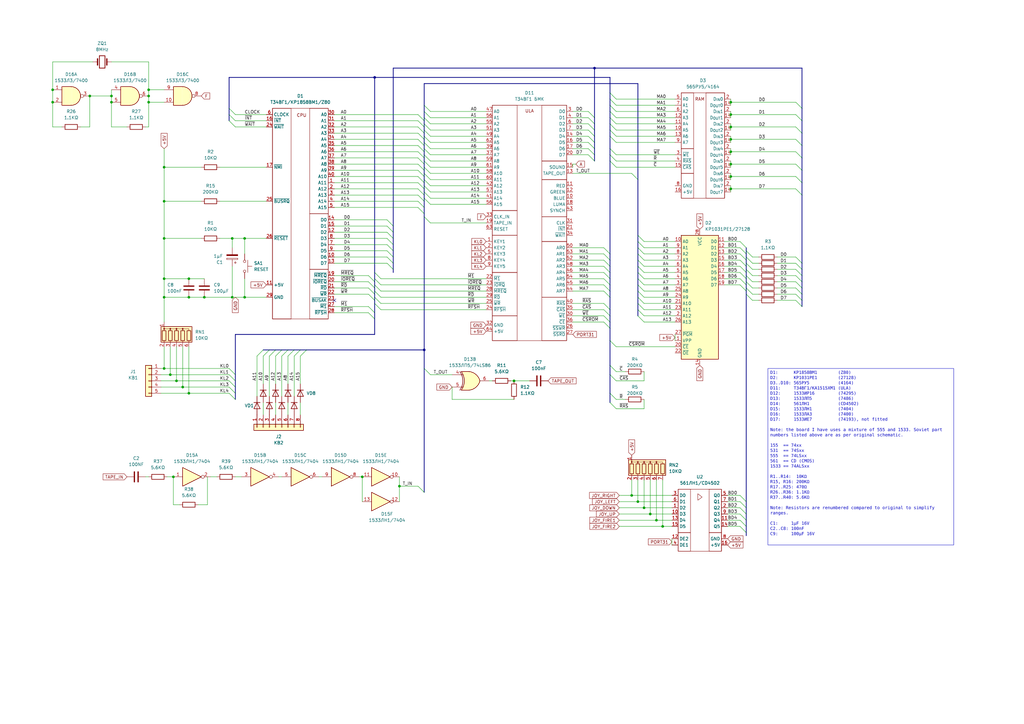
<source format=kicad_sch>
(kicad_sch (version 20250114) (generator "eeschema") (generator_version "9.0")
  (paper "A3")
  (text_box "D1:      КР1858ВМ1        (Z80)\nD2:      КР1031РЕ1        (27128)\nD3..D10: 565РУ5           (4164)\nD11:     Т34ВГ1/КА1515ХМ1 (ULA)\nD12:     1533ИР16         (74295)\nD13:     1533ЛП5          (7486)\nD14:     561ЛН1           (CD4502)\nD15:     1533ЛН1          (7404)\nD16:     1533ЛА3          (7400)\nD17:     1533ИЕ7          (74193), not fitted\n\nNote: the board I have uses a mixture of 555 and 1533. Soviet part numbers listed above are as per original schematic.\n\n155  == 74xx\n531  == 74Sxx\n555  == 74LSxx\n561  == CD (CMOS)\n1533 == 74ALSxx\n\nR1..R14:  10KΩ\nR15, R16: 200KΩ\nR17..R25: 470Ω\nR26..R36: 1.1KΩ\nR37..R40: 5.6KΩ\n\nNote: Resistors are renumbered compared to original to simplify ranges.\n\nC1:     1µF 16V\nC2..C8: 100nF\nC9:     100µF 16V" (at 314.96 151.13 0) (size 76.2 72.39) (margins 0.9525 0.9525 0.9525 0.9525) (effects (font (size 1.27 1.27)) (justify left top)))
  (junction (at 83.82 121.92))
  (junction (at 299.72 46.99))
  (junction (at 299.72 62.23))
  (junction (at 36.83 39.37))
  (junction (at 163.83 199.39))
  (junction (at 67.31 82.55))
  (junction (at 60.96 36.83))
  (junction (at 72.39 156.21))
  (junction (at 299.72 57.15))
  (junction (at 299.72 52.07))
  (junction (at 153.67 31.75))
  (junction (at 74.93 158.75))
  (junction (at 67.31 151.13))
  (junction (at 69.85 153.67))
  (junction (at 67.31 121.92))
  (junction (at 100.33 121.92))
  (junction (at 21.59 36.83))
  (junction (at 299.72 72.39))
  (junction (at 71.12 195.58))
  (junction (at 259.08 203.2))
  (junction (at 299.72 41.91))
  (junction (at 243.84 27.94))
  (junction (at 100.33 97.79))
  (junction (at 60.96 41.91))
  (junction (at 148.59 195.58))
  (junction (at 45.72 41.91))
  (junction (at 299.72 67.31))
  (junction (at 45.72 39.37))
  (junction (at 269.24 213.36))
  (junction (at 95.25 121.92))
  (junction (at 67.31 114.3))
  (junction (at 264.16 208.28))
  (junction (at 77.47 114.3))
  (junction (at 95.25 97.79))
  (junction (at 67.31 97.79))
  (junction (at 77.47 121.92))
  (junction (at 77.47 161.29))
  (junction (at 271.78 215.9))
  (junction (at 173.99 143.51))
  (junction (at 21.59 41.91))
  (junction (at 67.31 68.58))
  (junction (at 261.62 205.74))
  (junction (at 60.96 39.37))
  (junction (at 266.7 210.82))
  (junction (at 299.72 77.47))
  (junction (at 210.82 156.21))
  (no_connect (at 137.16 123.19))
  (bus_entry (at 107.95 143.51) (size -2.54 2.54))
  (bus_entry (at 328.93 69.85) (size -2.54 -2.54))
  (bus_entry (at 328.93 125.73) (size -2.54 -2.54))
  (bus_entry (at 173.99 63.5) (size 2.54 2.54))
  (bus_entry (at 153.67 123.19) (size -2.54 -2.54))
  (bus_entry (at 250.19 129.54) (size -2.54 -2.54))
  (bus_entry (at 328.93 54.61) (size -2.54 -2.54))
  (bus_entry (at 250.19 119.38) (size -2.54 -2.54))
  (bus_entry (at 173.99 76.2) (size 2.54 2.54))
  (bus_entry (at 328.93 113.03) (size -2.54 -2.54))
  (bus_entry (at 261.62 104.14) (size 2.54 2.54))
  (bus_entry (at 153.67 130.81) (size -2.54 -2.54))
  (bus_entry (at 250.19 43.18) (size 2.54 2.54))
  (bus_entry (at 261.62 121.92) (size 2.54 2.54))
  (bus_entry (at 306.07 205.74) (size -2.54 -2.54))
  (bus_entry (at 173.99 57.15) (size -2.54 -2.54))
  (bus_entry (at 306.07 210.82) (size -2.54 -2.54))
  (bus_entry (at 306.07 109.22) (size -2.54 -2.54))
  (bus_entry (at 306.07 114.3) (size -2.54 -2.54))
  (bus_entry (at 173.99 151.13) (size 2.54 2.54))
  (bus_entry (at 306.07 120.65) (size 2.54 2.54))
  (bus_entry (at 306.07 115.57) (size 2.54 2.54))
  (bus_entry (at 161.29 92.71) (size -2.54 -2.54))
  (bus_entry (at 328.93 44.45) (size -2.54 -2.54))
  (bus_entry (at 173.99 66.04) (size 2.54 2.54))
  (bus_entry (at 93.98 44.45) (size 2.54 2.54))
  (bus_entry (at 306.07 102.87) (size 2.54 2.54))
  (bus_entry (at 153.67 121.92) (size 2.54 2.54))
  (bus_entry (at 153.67 118.11) (size -2.54 -2.54))
  (bus_entry (at 173.99 85.09) (size -2.54 -2.54))
  (bus_entry (at 161.29 100.33) (size -2.54 -2.54))
  (bus_entry (at 173.99 64.77) (size -2.54 -2.54))
  (bus_entry (at 250.19 153.67) (size 2.54 2.54))
  (bus_entry (at 173.99 69.85) (size -2.54 -2.54))
  (bus_entry (at 153.67 114.3) (size 2.54 2.54))
  (bus_entry (at 306.07 113.03) (size 2.54 2.54))
  (bus_entry (at 93.98 49.53) (size 2.54 2.54))
  (bus_entry (at 173.99 59.69) (size -2.54 -2.54))
  (bus_entry (at 261.62 129.54) (size 2.54 2.54))
  (bus_entry (at 125.73 143.51) (size -2.54 2.54))
  (bus_entry (at 306.07 215.9) (size -2.54 -2.54))
  (bus_entry (at 173.99 82.55) (size -2.54 -2.54))
  (bus_entry (at 173.99 60.96) (size 2.54 2.54))
  (bus_entry (at 250.19 116.84) (size -2.54 -2.54))
  (bus_entry (at 328.93 74.93) (size -2.54 -2.54))
  (bus_entry (at 328.93 64.77) (size -2.54 -2.54))
  (bus_entry (at 173.99 72.39) (size -2.54 -2.54))
  (bus_entry (at 250.19 132.08) (size -2.54 -2.54))
  (bus_entry (at 173.99 49.53) (size -2.54 -2.54))
  (bus_entry (at 328.93 80.01) (size -2.54 -2.54))
  (bus_entry (at 161.29 107.95) (size -2.54 -2.54))
  (bus_entry (at 173.99 80.01) (size -2.54 -2.54))
  (bus_entry (at 173.99 78.74) (size 2.54 2.54))
  (bus_entry (at 173.99 53.34) (size 2.54 2.54))
  (bus_entry (at 250.19 48.26) (size 2.54 2.54))
  (bus_entry (at 250.19 127) (size -2.54 -2.54))
  (bus_entry (at 328.93 118.11) (size -2.54 -2.54))
  (bus_entry (at 153.67 111.76) (size 2.54 2.54))
  (bus_entry (at 96.52 158.75) (size -2.54 -2.54))
  (bus_entry (at 173.99 45.72) (size 2.54 2.54))
  (bus_entry (at 250.19 60.96) (size 2.54 2.54))
  (bus_entry (at 328.93 59.69) (size -2.54 -2.54))
  (bus_entry (at 173.99 62.23) (size -2.54 -2.54))
  (bus_entry (at 243.84 53.34) (size -2.54 -2.54))
  (bus_entry (at 173.99 73.66) (size 2.54 2.54))
  (bus_entry (at 243.84 55.88) (size -2.54 -2.54))
  (bus_entry (at 328.93 107.95) (size -2.54 -2.54))
  (bus_entry (at 261.62 127) (size 2.54 2.54))
  (bus_entry (at 261.62 111.76) (size 2.54 2.54))
  (bus_entry (at 306.07 106.68) (size -2.54 -2.54))
  (bus_entry (at 173.99 81.28) (size 2.54 2.54))
  (bus_entry (at 250.19 104.14) (size -2.54 -2.54))
  (bus_entry (at 153.67 124.46) (size 2.54 2.54))
  (bus_entry (at 173.99 87.63) (size -2.54 -2.54))
  (bus_entry (at 250.19 45.72) (size 2.54 2.54))
  (bus_entry (at 250.19 66.04) (size 2.54 2.54))
  (bus_entry (at 120.65 143.51) (size -2.54 2.54))
  (bus_entry (at 250.19 38.1) (size 2.54 2.54))
  (bus_entry (at 173.99 52.07) (size -2.54 -2.54))
  (bus_entry (at 96.52 156.21) (size -2.54 -2.54))
  (bus_entry (at 93.98 46.99) (size 2.54 2.54))
  (bus_entry (at 173.99 68.58) (size 2.54 2.54))
  (bus_entry (at 96.52 153.67) (size -2.54 -2.54))
  (bus_entry (at 153.67 115.57) (size -2.54 -2.54))
  (bus_entry (at 306.07 110.49) (size 2.54 2.54))
  (bus_entry (at 250.19 109.22) (size -2.54 -2.54))
  (bus_entry (at 161.29 110.49) (size -2.54 -2.54))
  (bus_entry (at 250.19 111.76) (size -2.54 -2.54))
  (bus_entry (at 328.93 49.53) (size -2.54 -2.54))
  (bus_entry (at 328.93 110.49) (size -2.54 -2.54))
  (bus_entry (at 306.07 105.41) (size 2.54 2.54))
  (bus_entry (at 118.11 143.51) (size -2.54 2.54))
  (bus_entry (at 161.29 105.41) (size -2.54 -2.54))
  (bus_entry (at 250.19 55.88) (size 2.54 2.54))
  (bus_entry (at 306.07 119.38) (size -2.54 -2.54))
  (bus_entry (at 173.99 201.93) (size -2.54 -2.54))
  (bus_entry (at 123.19 143.51) (size -2.54 2.54))
  (bus_entry (at 243.84 58.42) (size -2.54 -2.54))
  (bus_entry (at 161.29 102.87) (size -2.54 -2.54))
  (bus_entry (at 261.62 116.84) (size 2.54 2.54))
  (bus_entry (at 306.07 107.95) (size 2.54 2.54))
  (bus_entry (at 153.67 119.38) (size 2.54 2.54))
  (bus_entry (at 250.19 165.1) (size 2.54 2.54))
  (bus_entry (at 243.84 63.5) (size -2.54 -2.54))
  (bus_entry (at 306.07 104.14) (size -2.54 -2.54))
  (bus_entry (at 173.99 55.88) (size 2.54 2.54))
  (bus_entry (at 173.99 77.47) (size -2.54 -2.54))
  (bus_entry (at 306.07 118.11) (size 2.54 2.54))
  (bus_entry (at 261.62 101.6) (size 2.54 2.54))
  (bus_entry (at 250.19 114.3) (size -2.54 -2.54))
  (bus_entry (at 161.29 95.25) (size -2.54 -2.54))
  (bus_entry (at 173.99 48.26) (size 2.54 2.54))
  (bus_entry (at 261.62 124.46) (size 2.54 2.54))
  (bus_entry (at 328.93 120.65) (size -2.54 -2.54))
  (bus_entry (at 250.19 40.64) (size 2.54 2.54))
  (bus_entry (at 261.62 109.22) (size 2.54 2.54))
  (bus_entry (at 250.19 106.68) (size -2.54 -2.54))
  (bus_entry (at 250.19 149.86) (size 2.54 2.54))
  (bus_entry (at 110.49 143.51) (size -2.54 2.54))
  (bus_entry (at 306.07 111.76) (size -2.54 -2.54))
  (bus_entry (at 261.62 114.3) (size 2.54 2.54))
  (bus_entry (at 261.62 99.06) (size 2.54 2.54))
  (bus_entry (at 250.19 63.5) (size 2.54 2.54))
  (bus_entry (at 243.84 66.04) (size -2.54 -2.54))
  (bus_entry (at 250.19 50.8) (size 2.54 2.54))
  (bus_entry (at 306.07 213.36) (size -2.54 -2.54))
  (bus_entry (at 153.67 128.27) (size -2.54 -2.54))
  (bus_entry (at 328.93 115.57) (size -2.54 -2.54))
  (bus_entry (at 261.62 119.38) (size 2.54 2.54))
  (bus_entry (at 173.99 54.61) (size -2.54 -2.54))
  (bus_entry (at 96.52 161.29) (size -2.54 -2.54))
  (bus_entry (at 306.07 208.28) (size -2.54 -2.54))
  (bus_entry (at 173.99 71.12) (size 2.54 2.54))
  (bus_entry (at 250.19 53.34) (size 2.54 2.54))
  (bus_entry (at 261.62 96.52) (size 2.54 2.54))
  (bus_entry (at 250.19 139.7) (size 2.54 2.54))
  (bus_entry (at 250.19 134.62) (size -2.54 -2.54))
  (bus_entry (at 250.19 121.92) (size -2.54 -2.54))
  (bus_entry (at 243.84 48.26) (size -2.54 -2.54))
  (bus_entry (at 243.84 50.8) (size -2.54 -2.54))
  (bus_entry (at 113.03 143.51) (size -2.54 2.54))
  (bus_entry (at 261.62 73.66) (size -2.54 -2.54))
  (bus_entry (at 173.99 74.93) (size -2.54 -2.54))
  (bus_entry (at 250.19 161.29) (size 2.54 2.54))
  (bus_entry (at 173.99 88.9) (size 2.54 2.54))
  (bus_entry (at 96.52 163.83) (size -2.54 -2.54))
  (bus_entry (at 173.99 67.31) (size -2.54 -2.54))
  (bus_entry (at 161.29 97.79) (size -2.54 -2.54))
  (bus_entry (at 173.99 58.42) (size 2.54 2.54))
  (bus_entry (at 306.07 116.84) (size -2.54 -2.54))
  (bus_entry (at 306.07 218.44) (size -2.54 -2.54))
  (bus_entry (at 153.67 120.65) (size -2.54 -2.54))
  (bus_entry (at 243.84 60.96) (size -2.54 -2.54))
  (bus_entry (at 115.57 143.51) (size -2.54 2.54))
  (bus_entry (at 153.67 116.84) (size 2.54 2.54))
  (bus_entry (at 328.93 123.19) (size -2.54 -2.54))
  (bus_entry (at 306.07 101.6) (size -2.54 -2.54))
  (bus_entry (at 173.99 43.18) (size 2.54 2.54))
  (bus_entry (at 261.62 106.68) (size 2.54 2.54))
  (bus_entry (at 173.99 50.8) (size 2.54 2.54))
  (bus (pts (xy 173.99 50.8) (xy 173.99 52.07)))
  (wire (pts (xy 176.53 53.34) (xy 199.39 53.34)))
  (bus (pts (xy 328.93 49.53) (xy 328.93 44.45)))
  (wire (pts (xy 318.77 120.65) (xy 326.39 120.65)))
  (bus (pts (xy 125.73 143.51) (xy 173.99 143.51)))
  (bus (pts (xy 173.99 78.74) (xy 173.99 77.47)))
  (wire (pts (xy 137.16 54.61) (xy 171.45 54.61)))
  (wire (pts (xy 254 210.82) (xy 266.7 210.82)))
  (bus (pts (xy 306.07 104.14) (xy 306.07 105.41)))
  (wire (pts (xy 210.82 156.21) (xy 209.55 156.21)))
  (wire (pts (xy 67.31 121.92) (xy 67.31 132.08)))
  (bus (pts (xy 161.29 92.71) (xy 161.29 27.94)))
  (wire (pts (xy 72.39 142.24) (xy 72.39 156.21)))
  (wire (pts (xy 299.72 45.72) (xy 299.72 46.99)))
  (bus (pts (xy 328.93 113.03) (xy 328.93 110.49)))
  (wire (pts (xy 86.36 195.58) (xy 88.9 195.58)))
  (wire (pts (xy 67.31 82.55) (xy 67.31 68.58)))
  (bus (pts (xy 250.19 153.67) (xy 250.19 161.29)))
  (bus (pts (xy 96.52 156.21) (xy 96.52 158.75)))
  (bus (pts (xy 93.98 31.75) (xy 93.98 44.45)))
  (bus (pts (xy 173.99 81.28) (xy 173.99 80.01)))
  (wire (pts (xy 36.83 39.37) (xy 45.72 39.37)))
  (wire (pts (xy 77.47 161.29) (xy 93.98 161.29)))
  (wire (pts (xy 60.96 41.91) (xy 67.31 41.91)))
  (wire (pts (xy 252.73 66.04) (xy 276.86 66.04)))
  (wire (pts (xy 137.16 49.53) (xy 171.45 49.53)))
  (wire (pts (xy 297.18 114.3) (xy 303.53 114.3)))
  (wire (pts (xy 264.16 119.38) (xy 276.86 119.38)))
  (bus (pts (xy 153.67 118.11) (xy 153.67 119.38)))
  (bus (pts (xy 243.84 27.94) (xy 328.93 27.94)))
  (bus (pts (xy 306.07 116.84) (xy 306.07 118.11)))
  (wire (pts (xy 234.95 116.84) (xy 247.65 116.84)))
  (wire (pts (xy 264.16 124.46) (xy 276.86 124.46)))
  (wire (pts (xy 264.16 114.3) (xy 276.86 114.3)))
  (wire (pts (xy 67.31 121.92) (xy 77.47 121.92)))
  (wire (pts (xy 298.45 210.82) (xy 303.53 210.82)))
  (wire (pts (xy 318.77 123.19) (xy 326.39 123.19)))
  (wire (pts (xy 67.31 68.58) (xy 82.55 68.58)))
  (bus (pts (xy 161.29 110.49) (xy 161.29 107.95)))
  (wire (pts (xy 67.31 114.3) (xy 77.47 114.3)))
  (wire (pts (xy 67.31 68.58) (xy 67.31 60.96)))
  (wire (pts (xy 105.41 146.05) (xy 105.41 162.56)))
  (bus (pts (xy 153.67 120.65) (xy 153.67 121.92)))
  (bus (pts (xy 173.99 63.5) (xy 173.99 62.23)))
  (wire (pts (xy 100.33 114.3) (xy 100.33 121.92)))
  (wire (pts (xy 156.21 124.46) (xy 199.39 124.46)))
  (bus (pts (xy 306.07 113.03) (xy 306.07 114.3)))
  (wire (pts (xy 118.11 146.05) (xy 118.11 157.48)))
  (bus (pts (xy 96.52 153.67) (xy 96.52 156.21)))
  (bus (pts (xy 250.19 121.92) (xy 250.19 127)))
  (wire (pts (xy 252.73 152.4) (xy 256.54 152.4)))
  (wire (pts (xy 60.96 41.91) (xy 60.96 39.37)))
  (wire (pts (xy 252.73 68.58) (xy 276.86 68.58)))
  (bus (pts (xy 328.93 64.77) (xy 328.93 59.69)))
  (bus (pts (xy 173.99 55.88) (xy 173.99 54.61)))
  (wire (pts (xy 120.65 146.05) (xy 120.65 162.56)))
  (bus (pts (xy 173.99 66.04) (xy 173.99 67.31)))
  (bus (pts (xy 173.99 58.42) (xy 173.99 57.15)))
  (bus (pts (xy 261.62 114.3) (xy 261.62 116.84)))
  (wire (pts (xy 264.16 104.14) (xy 276.86 104.14)))
  (wire (pts (xy 45.72 52.07) (xy 52.07 52.07)))
  (wire (pts (xy 185.42 163.83) (xy 210.82 163.83)))
  (wire (pts (xy 269.24 196.85) (xy 269.24 213.36)))
  (bus (pts (xy 306.07 215.9) (xy 306.07 218.44)))
  (wire (pts (xy 113.03 146.05) (xy 113.03 157.48)))
  (wire (pts (xy 252.73 50.8) (xy 276.86 50.8)))
  (wire (pts (xy 234.95 104.14) (xy 247.65 104.14)))
  (wire (pts (xy 176.53 48.26) (xy 199.39 48.26)))
  (wire (pts (xy 264.16 111.76) (xy 276.86 111.76)))
  (bus (pts (xy 123.19 143.51) (xy 125.73 143.51)))
  (wire (pts (xy 21.59 36.83) (xy 21.59 41.91)))
  (wire (pts (xy 82.55 97.79) (xy 67.31 97.79)))
  (wire (pts (xy 95.25 109.22) (xy 95.25 121.92)))
  (wire (pts (xy 33.02 52.07) (xy 36.83 52.07)))
  (wire (pts (xy 137.16 128.27) (xy 151.13 128.27)))
  (bus (pts (xy 250.19 127) (xy 250.19 129.54)))
  (wire (pts (xy 107.95 165.1) (xy 107.95 170.18)))
  (wire (pts (xy 234.95 53.34) (xy 241.3 53.34)))
  (wire (pts (xy 299.72 46.99) (xy 299.72 48.26)))
  (bus (pts (xy 328.93 59.69) (xy 328.93 54.61)))
  (wire (pts (xy 298.45 205.74) (xy 303.53 205.74)))
  (bus (pts (xy 153.67 130.81) (xy 153.67 137.16)))
  (wire (pts (xy 123.19 165.1) (xy 123.19 170.18)))
  (wire (pts (xy 66.04 156.21) (xy 72.39 156.21)))
  (wire (pts (xy 252.73 48.26) (xy 276.86 48.26)))
  (wire (pts (xy 318.77 113.03) (xy 326.39 113.03)))
  (wire (pts (xy 115.57 146.05) (xy 115.57 162.56)))
  (bus (pts (xy 153.67 123.19) (xy 153.67 124.46)))
  (wire (pts (xy 234.95 109.22) (xy 247.65 109.22)))
  (wire (pts (xy 234.95 67.31) (xy 236.22 67.31)))
  (wire (pts (xy 137.16 118.11) (xy 151.13 118.11)))
  (wire (pts (xy 234.95 114.3) (xy 247.65 114.3)))
  (wire (pts (xy 66.04 153.67) (xy 69.85 153.67)))
  (bus (pts (xy 306.07 208.28) (xy 306.07 210.82)))
  (wire (pts (xy 67.31 121.92) (xy 67.31 114.3)))
  (bus (pts (xy 250.19 55.88) (xy 250.19 60.96)))
  (wire (pts (xy 60.96 52.07) (xy 60.96 41.91)))
  (bus (pts (xy 243.84 63.5) (xy 243.84 66.04)))
  (wire (pts (xy 264.16 127) (xy 276.86 127)))
  (bus (pts (xy 115.57 143.51) (xy 118.11 143.51)))
  (bus (pts (xy 161.29 100.33) (xy 161.29 97.79)))
  (wire (pts (xy 132.08 195.58) (xy 130.81 195.58)))
  (bus (pts (xy 306.07 213.36) (xy 306.07 215.9)))
  (bus (pts (xy 153.67 31.75) (xy 153.67 111.76)))
  (wire (pts (xy 67.31 97.79) (xy 67.31 82.55)))
  (wire (pts (xy 299.72 67.31) (xy 326.39 67.31)))
  (bus (pts (xy 173.99 85.09) (xy 173.99 87.63)))
  (wire (pts (xy 264.16 106.68) (xy 276.86 106.68)))
  (wire (pts (xy 176.53 55.88) (xy 199.39 55.88)))
  (bus (pts (xy 173.99 77.47) (xy 173.99 76.2)))
  (wire (pts (xy 77.47 142.24) (xy 77.47 161.29)))
  (wire (pts (xy 66.04 161.29) (xy 77.47 161.29)))
  (wire (pts (xy 308.61 105.41) (xy 311.15 105.41)))
  (wire (pts (xy 59.69 195.58) (xy 60.96 195.58)))
  (wire (pts (xy 298.45 213.36) (xy 303.53 213.36)))
  (wire (pts (xy 118.11 165.1) (xy 118.11 170.18)))
  (wire (pts (xy 176.53 91.44) (xy 199.39 91.44)))
  (bus (pts (xy 173.99 85.09) (xy 173.99 82.55)))
  (bus (pts (xy 328.93 44.45) (xy 328.93 27.94)))
  (bus (pts (xy 173.99 62.23) (xy 173.99 60.96)))
  (wire (pts (xy 308.61 113.03) (xy 311.15 113.03)))
  (wire (pts (xy 264.16 109.22) (xy 276.86 109.22)))
  (wire (pts (xy 234.95 101.6) (xy 247.65 101.6)))
  (wire (pts (xy 261.62 196.85) (xy 261.62 205.74)))
  (bus (pts (xy 328.93 107.95) (xy 328.93 80.01)))
  (bus (pts (xy 173.99 76.2) (xy 173.99 74.93)))
  (bus (pts (xy 261.62 104.14) (xy 261.62 106.68)))
  (wire (pts (xy 299.72 77.47) (xy 299.72 78.74)))
  (bus (pts (xy 173.99 66.04) (xy 173.99 64.77)))
  (bus (pts (xy 96.52 161.29) (xy 96.52 163.83)))
  (wire (pts (xy 234.95 127) (xy 247.65 127)))
  (wire (pts (xy 234.95 63.5) (xy 241.3 63.5)))
  (wire (pts (xy 254 213.36) (xy 269.24 213.36)))
  (bus (pts (xy 153.67 114.3) (xy 153.67 115.57)))
  (wire (pts (xy 100.33 121.92) (xy 109.22 121.92)))
  (wire (pts (xy 73.66 207.01) (xy 71.12 207.01)))
  (wire (pts (xy 252.73 167.64) (xy 264.16 167.64)))
  (bus (pts (xy 153.67 119.38) (xy 153.67 120.65)))
  (wire (pts (xy 156.21 116.84) (xy 199.39 116.84)))
  (bus (pts (xy 243.84 27.94) (xy 243.84 48.26)))
  (wire (pts (xy 115.57 195.58) (xy 114.3 195.58)))
  (wire (pts (xy 264.16 116.84) (xy 276.86 116.84)))
  (wire (pts (xy 176.53 68.58) (xy 199.39 68.58)))
  (wire (pts (xy 264.16 196.85) (xy 264.16 208.28)))
  (bus (pts (xy 306.07 102.87) (xy 306.07 104.14)))
  (wire (pts (xy 299.72 76.2) (xy 299.72 77.47)))
  (wire (pts (xy 299.72 50.8) (xy 299.72 52.07)))
  (wire (pts (xy 176.53 45.72) (xy 199.39 45.72)))
  (bus (pts (xy 250.19 50.8) (xy 250.19 53.34)))
  (wire (pts (xy 318.77 110.49) (xy 326.39 110.49)))
  (wire (pts (xy 318.77 118.11) (xy 326.39 118.11)))
  (wire (pts (xy 252.73 40.64) (xy 276.86 40.64)))
  (wire (pts (xy 60.96 25.4) (xy 60.96 36.83)))
  (wire (pts (xy 234.95 58.42) (xy 241.3 58.42)))
  (bus (pts (xy 93.98 31.75) (xy 153.67 31.75)))
  (bus (pts (xy 261.62 111.76) (xy 261.62 114.3)))
  (bus (pts (xy 173.99 48.26) (xy 173.99 45.72)))
  (wire (pts (xy 264.16 163.83) (xy 264.16 167.64)))
  (wire (pts (xy 176.53 60.96) (xy 199.39 60.96)))
  (bus (pts (xy 250.19 106.68) (xy 250.19 109.22)))
  (bus (pts (xy 161.29 111.76) (xy 161.29 110.49)))
  (bus (pts (xy 328.93 123.19) (xy 328.93 125.73)))
  (bus (pts (xy 173.99 54.61) (xy 173.99 53.34)))
  (bus (pts (xy 261.62 109.22) (xy 261.62 111.76)))
  (bus (pts (xy 243.84 58.42) (xy 243.84 60.96)))
  (bus (pts (xy 261.62 121.92) (xy 261.62 124.46)))
  (wire (pts (xy 66.04 158.75) (xy 74.93 158.75)))
  (bus (pts (xy 250.19 43.18) (xy 250.19 45.72)))
  (wire (pts (xy 299.72 72.39) (xy 326.39 72.39)))
  (wire (pts (xy 308.61 107.95) (xy 311.15 107.95)))
  (wire (pts (xy 137.16 120.65) (xy 151.13 120.65)))
  (wire (pts (xy 176.53 58.42) (xy 199.39 58.42)))
  (wire (pts (xy 266.7 210.82) (xy 275.59 210.82)))
  (wire (pts (xy 254 208.28) (xy 264.16 208.28)))
  (wire (pts (xy 21.59 41.91) (xy 21.59 52.07)))
  (bus (pts (xy 153.67 31.75) (xy 250.19 31.75)))
  (wire (pts (xy 95.25 121.92) (xy 100.33 121.92)))
  (bus (pts (xy 173.99 57.15) (xy 173.99 55.88)))
  (bus (pts (xy 306.07 114.3) (xy 306.07 115.57)))
  (wire (pts (xy 264.16 101.6) (xy 276.86 101.6)))
  (bus (pts (xy 173.99 72.39) (xy 173.99 71.12)))
  (wire (pts (xy 308.61 118.11) (xy 311.15 118.11)))
  (wire (pts (xy 100.33 97.79) (xy 109.22 97.79)))
  (wire (pts (xy 36.83 52.07) (xy 36.83 39.37)))
  (bus (pts (xy 250.19 104.14) (xy 250.19 106.68)))
  (wire (pts (xy 297.18 104.14) (xy 303.53 104.14)))
  (wire (pts (xy 156.21 121.92) (xy 199.39 121.92)))
  (wire (pts (xy 45.72 41.91) (xy 45.72 52.07)))
  (bus (pts (xy 250.19 60.96) (xy 250.19 63.5)))
  (bus (pts (xy 250.19 132.08) (xy 250.19 134.62)))
  (bus (pts (xy 328.93 120.65) (xy 328.93 118.11)))
  (wire (pts (xy 137.16 77.47) (xy 171.45 77.47)))
  (wire (pts (xy 72.39 156.21) (xy 93.98 156.21)))
  (bus (pts (xy 161.29 27.94) (xy 243.84 27.94)))
  (wire (pts (xy 67.31 82.55) (xy 82.55 82.55)))
  (bus (pts (xy 261.62 101.6) (xy 261.62 104.14)))
  (wire (pts (xy 148.59 195.58) (xy 147.32 195.58)))
  (wire (pts (xy 85.09 207.01) (xy 81.28 207.01)))
  (bus (pts (xy 250.19 149.86) (xy 250.19 153.67)))
  (wire (pts (xy 299.72 57.15) (xy 299.72 58.42)))
  (wire (pts (xy 74.93 158.75) (xy 93.98 158.75)))
  (wire (pts (xy 45.72 25.4) (xy 60.96 25.4)))
  (wire (pts (xy 176.53 63.5) (xy 199.39 63.5)))
  (wire (pts (xy 67.31 151.13) (xy 93.98 151.13)))
  (wire (pts (xy 234.95 55.88) (xy 241.3 55.88)))
  (wire (pts (xy 297.18 109.22) (xy 303.53 109.22)))
  (wire (pts (xy 67.31 142.24) (xy 67.31 151.13)))
  (wire (pts (xy 90.17 82.55) (xy 109.22 82.55)))
  (wire (pts (xy 264.16 99.06) (xy 276.86 99.06)))
  (bus (pts (xy 173.99 82.55) (xy 173.99 81.28)))
  (wire (pts (xy 299.72 72.39) (xy 299.72 73.66)))
  (bus (pts (xy 161.29 95.25) (xy 161.29 92.71)))
  (wire (pts (xy 137.16 115.57) (xy 151.13 115.57)))
  (wire (pts (xy 254 215.9) (xy 271.78 215.9)))
  (wire (pts (xy 45.72 36.83) (xy 45.72 39.37)))
  (wire (pts (xy 234.95 48.26) (xy 241.3 48.26)))
  (bus (pts (xy 250.19 116.84) (xy 250.19 119.38)))
  (wire (pts (xy 38.1 25.4) (xy 21.59 25.4)))
  (wire (pts (xy 60.96 36.83) (xy 67.31 36.83)))
  (wire (pts (xy 176.53 78.74) (xy 199.39 78.74)))
  (bus (pts (xy 261.62 73.66) (xy 261.62 96.52)))
  (wire (pts (xy 137.16 72.39) (xy 171.45 72.39)))
  (wire (pts (xy 137.16 100.33) (xy 158.75 100.33)))
  (wire (pts (xy 252.73 163.83) (xy 256.54 163.83)))
  (bus (pts (xy 306.07 105.41) (xy 306.07 106.68)))
  (wire (pts (xy 137.16 74.93) (xy 171.45 74.93)))
  (bus (pts (xy 118.11 143.51) (xy 120.65 143.51)))
  (wire (pts (xy 113.03 165.1) (xy 113.03 170.18)))
  (wire (pts (xy 156.21 127) (xy 199.39 127)))
  (wire (pts (xy 299.72 77.47) (xy 326.39 77.47)))
  (bus (pts (xy 113.03 143.51) (xy 115.57 143.51)))
  (wire (pts (xy 137.16 59.69) (xy 171.45 59.69)))
  (bus (pts (xy 173.99 50.8) (xy 173.99 49.53)))
  (wire (pts (xy 269.24 213.36) (xy 275.59 213.36)))
  (wire (pts (xy 176.53 83.82) (xy 199.39 83.82)))
  (wire (pts (xy 176.53 50.8) (xy 199.39 50.8)))
  (wire (pts (xy 299.72 41.91) (xy 299.72 43.18)))
  (wire (pts (xy 252.73 156.21) (xy 264.16 156.21)))
  (bus (pts (xy 153.67 124.46) (xy 153.67 128.27)))
  (bus (pts (xy 306.07 115.57) (xy 306.07 116.84)))
  (wire (pts (xy 137.16 95.25) (xy 158.75 95.25)))
  (bus (pts (xy 250.19 161.29) (xy 250.19 165.1)))
  (wire (pts (xy 252.73 142.24) (xy 276.86 142.24)))
  (wire (pts (xy 261.62 205.74) (xy 275.59 205.74)))
  (wire (pts (xy 137.16 57.15) (xy 171.45 57.15)))
  (wire (pts (xy 77.47 121.92) (xy 83.82 121.92)))
  (bus (pts (xy 120.65 143.51) (xy 123.19 143.51)))
  (wire (pts (xy 176.53 66.04) (xy 199.39 66.04)))
  (wire (pts (xy 137.16 67.31) (xy 171.45 67.31)))
  (wire (pts (xy 137.16 62.23) (xy 171.45 62.23)))
  (wire (pts (xy 96.52 52.07) (xy 109.22 52.07)))
  (wire (pts (xy 185.42 158.75) (xy 185.42 163.83)))
  (bus (pts (xy 173.99 74.93) (xy 173.99 73.66)))
  (bus (pts (xy 173.99 143.51) (xy 173.99 151.13)))
  (wire (pts (xy 176.53 81.28) (xy 199.39 81.28)))
  (bus (pts (xy 306.07 120.65) (xy 306.07 205.74)))
  (wire (pts (xy 137.16 64.77) (xy 171.45 64.77)))
  (bus (pts (xy 173.99 68.58) (xy 173.99 67.31)))
  (bus (pts (xy 250.19 48.26) (xy 250.19 50.8)))
  (wire (pts (xy 110.49 146.05) (xy 110.49 162.56)))
  (wire (pts (xy 299.72 62.23) (xy 299.72 63.5)))
  (bus (pts (xy 243.84 53.34) (xy 243.84 55.88)))
  (wire (pts (xy 74.93 142.24) (xy 74.93 158.75)))
  (wire (pts (xy 137.16 125.73) (xy 151.13 125.73)))
  (bus (pts (xy 153.67 115.57) (xy 153.67 116.84)))
  (wire (pts (xy 95.25 97.79) (xy 100.33 97.79)))
  (wire (pts (xy 69.85 142.24) (xy 69.85 153.67)))
  (bus (pts (xy 250.19 139.7) (xy 250.19 149.86)))
  (wire (pts (xy 299.72 66.04) (xy 299.72 67.31)))
  (bus (pts (xy 306.07 119.38) (xy 306.07 120.65)))
  (wire (pts (xy 163.83 195.58) (xy 163.83 199.39)))
  (wire (pts (xy 90.17 97.79) (xy 95.25 97.79)))
  (wire (pts (xy 137.16 82.55) (xy 171.45 82.55)))
  (wire (pts (xy 308.61 115.57) (xy 311.15 115.57)))
  (bus (pts (xy 250.19 129.54) (xy 250.19 132.08)))
  (wire (pts (xy 85.09 195.58) (xy 85.09 207.01)))
  (bus (pts (xy 250.19 114.3) (xy 250.19 116.84)))
  (wire (pts (xy 318.77 107.95) (xy 326.39 107.95)))
  (wire (pts (xy 252.73 45.72) (xy 276.86 45.72)))
  (bus (pts (xy 328.93 80.01) (xy 328.93 74.93)))
  (wire (pts (xy 83.82 121.92) (xy 95.25 121.92)))
  (wire (pts (xy 252.73 63.5) (xy 276.86 63.5)))
  (bus (pts (xy 153.67 137.16) (xy 96.52 137.16)))
  (wire (pts (xy 68.58 195.58) (xy 71.12 195.58)))
  (wire (pts (xy 297.18 111.76) (xy 303.53 111.76)))
  (bus (pts (xy 306.07 107.95) (xy 306.07 109.22)))
  (wire (pts (xy 271.78 196.85) (xy 271.78 215.9)))
  (bus (pts (xy 161.29 102.87) (xy 161.29 100.33)))
  (bus (pts (xy 250.19 53.34) (xy 250.19 55.88)))
  (wire (pts (xy 67.31 151.13) (xy 66.04 151.13)))
  (wire (pts (xy 163.83 199.39) (xy 171.45 199.39)))
  (bus (pts (xy 261.62 106.68) (xy 261.62 109.22)))
  (wire (pts (xy 137.16 105.41) (xy 158.75 105.41)))
  (wire (pts (xy 259.08 203.2) (xy 275.59 203.2)))
  (wire (pts (xy 234.95 71.12) (xy 259.08 71.12)))
  (bus (pts (xy 153.67 111.76) (xy 153.67 114.3)))
  (wire (pts (xy 176.53 71.12) (xy 199.39 71.12)))
  (wire (pts (xy 163.83 199.39) (xy 163.83 205.74)))
  (wire (pts (xy 100.33 104.14) (xy 100.33 97.79)))
  (wire (pts (xy 96.52 49.53) (xy 109.22 49.53)))
  (wire (pts (xy 297.18 106.68) (xy 303.53 106.68)))
  (bus (pts (xy 173.99 64.77) (xy 173.99 63.5)))
  (bus (pts (xy 328.93 110.49) (xy 328.93 107.95)))
  (wire (pts (xy 264.16 121.92) (xy 276.86 121.92)))
  (bus (pts (xy 173.99 69.85) (xy 173.99 68.58)))
  (wire (pts (xy 137.16 69.85) (xy 171.45 69.85)))
  (wire (pts (xy 299.72 55.88) (xy 299.72 57.15)))
  (bus (pts (xy 161.29 105.41) (xy 161.29 102.87)))
  (wire (pts (xy 123.19 146.05) (xy 123.19 157.48)))
  (bus (pts (xy 250.19 31.75) (xy 250.19 38.1)))
  (wire (pts (xy 156.21 119.38) (xy 199.39 119.38)))
  (wire (pts (xy 299.72 57.15) (xy 326.39 57.15)))
  (wire (pts (xy 176.53 73.66) (xy 199.39 73.66)))
  (wire (pts (xy 137.16 85.09) (xy 171.45 85.09)))
  (wire (pts (xy 266.7 196.85) (xy 266.7 210.82)))
  (wire (pts (xy 69.85 153.67) (xy 93.98 153.67)))
  (bus (pts (xy 328.93 118.11) (xy 328.93 115.57)))
  (bus (pts (xy 250.19 45.72) (xy 250.19 48.26)))
  (bus (pts (xy 250.19 63.5) (xy 250.19 66.04)))
  (bus (pts (xy 161.29 97.79) (xy 161.29 95.25)))
  (wire (pts (xy 299.72 67.31) (xy 299.72 68.58)))
  (wire (pts (xy 259.08 196.85) (xy 259.08 203.2)))
  (wire (pts (xy 299.72 62.23) (xy 326.39 62.23)))
  (wire (pts (xy 308.61 110.49) (xy 311.15 110.49)))
  (bus (pts (xy 243.84 55.88) (xy 243.84 58.42)))
  (bus (pts (xy 153.67 128.27) (xy 153.67 130.81)))
  (bus (pts (xy 250.19 109.22) (xy 250.19 111.76)))
  (wire (pts (xy 271.78 215.9) (xy 275.59 215.9)))
  (bus (pts (xy 328.93 115.57) (xy 328.93 113.03)))
  (bus (pts (xy 261.62 99.06) (xy 261.62 101.6)))
  (wire (pts (xy 137.16 102.87) (xy 158.75 102.87)))
  (bus (pts (xy 261.62 127) (xy 261.62 129.54)))
  (wire (pts (xy 176.53 153.67) (xy 185.42 153.67)))
  (wire (pts (xy 95.25 101.6) (xy 95.25 97.79)))
  (wire (pts (xy 234.95 124.46) (xy 247.65 124.46)))
  (bus (pts (xy 306.07 118.11) (xy 306.07 119.38)))
  (bus (pts (xy 306.07 205.74) (xy 306.07 208.28)))
  (wire (pts (xy 264.16 132.08) (xy 276.86 132.08)))
  (wire (pts (xy 176.53 76.2) (xy 199.39 76.2)))
  (wire (pts (xy 45.72 39.37) (xy 45.72 41.91)))
  (bus (pts (xy 306.07 109.22) (xy 306.07 110.49)))
  (wire (pts (xy 252.73 53.34) (xy 276.86 53.34)))
  (wire (pts (xy 308.61 123.19) (xy 311.15 123.19)))
  (wire (pts (xy 318.77 115.57) (xy 326.39 115.57)))
  (wire (pts (xy 137.16 46.99) (xy 171.45 46.99)))
  (bus (pts (xy 161.29 107.95) (xy 161.29 105.41)))
  (bus (pts (xy 173.99 34.29) (xy 261.62 34.29)))
  (bus (pts (xy 173.99 45.72) (xy 173.99 43.18)))
  (bus (pts (xy 250.19 66.04) (xy 250.19 104.14)))
  (wire (pts (xy 234.95 119.38) (xy 247.65 119.38)))
  (bus (pts (xy 328.93 123.19) (xy 328.93 120.65)))
  (bus (pts (xy 173.99 88.9) (xy 173.99 143.51)))
  (wire (pts (xy 275.59 220.98) (xy 275.59 223.52)))
  (wire (pts (xy 148.59 195.58) (xy 148.59 205.74)))
  (bus (pts (xy 96.52 137.16) (xy 96.52 153.67)))
  (bus (pts (xy 173.99 49.53) (xy 173.99 48.26)))
  (wire (pts (xy 201.93 156.21) (xy 200.66 156.21)))
  (bus (pts (xy 107.95 143.51) (xy 110.49 143.51)))
  (bus (pts (xy 306.07 111.76) (xy 306.07 113.03)))
  (bus (pts (xy 173.99 69.85) (xy 173.99 71.12)))
  (bus (pts (xy 173.99 151.13) (xy 173.99 201.93)))
  (bus (pts (xy 110.49 143.51) (xy 113.03 143.51)))
  (bus (pts (xy 173.99 59.69) (xy 173.99 58.42)))
  (bus (pts (xy 261.62 96.52) (xy 261.62 99.06)))
  (bus (pts (xy 306.07 101.6) (xy 306.07 102.87)))
  (wire (pts (xy 318.77 105.41) (xy 326.39 105.41)))
  (bus (pts (xy 306.07 218.44) (xy 306.07 219.71)))
  (wire (pts (xy 276.86 137.16) (xy 276.86 139.7)))
  (bus (pts (xy 173.99 53.34) (xy 173.99 52.07)))
  (bus (pts (xy 173.99 87.63) (xy 173.99 88.9)))
  (bus (pts (xy 243.84 50.8) (xy 243.84 53.34)))
  (wire (pts (xy 264.16 208.28) (xy 275.59 208.28)))
  (wire (pts (xy 234.95 50.8) (xy 241.3 50.8)))
  (bus (pts (xy 328.93 54.61) (xy 328.93 49.53)))
  (bus (pts (xy 261.62 119.38) (xy 261.62 121.92)))
  (wire (pts (xy 96.52 195.58) (xy 99.06 195.58)))
  (wire (pts (xy 60.96 36.83) (xy 60.96 39.37)))
  (bus (pts (xy 306.07 106.68) (xy 306.07 107.95)))
  (bus (pts (xy 328.93 69.85) (xy 328.93 64.77)))
  (wire (pts (xy 137.16 107.95) (xy 158.75 107.95)))
  (wire (pts (xy 96.52 46.99) (xy 109.22 46.99)))
  (wire (pts (xy 252.73 58.42) (xy 276.86 58.42)))
  (wire (pts (xy 299.72 60.96) (xy 299.72 62.23)))
  (bus (pts (xy 328.93 74.93) (xy 328.93 69.85)))
  (bus (pts (xy 261.62 124.46) (xy 261.62 127)))
  (wire (pts (xy 234.95 132.08) (xy 247.65 132.08)))
  (bus (pts (xy 306.07 110.49) (xy 306.07 111.76)))
  (wire (pts (xy 107.95 146.05) (xy 107.95 157.48)))
  (wire (pts (xy 254 205.74) (xy 261.62 205.74)))
  (wire (pts (xy 137.16 92.71) (xy 158.75 92.71)))
  (wire (pts (xy 299.72 40.64) (xy 299.72 41.91)))
  (wire (pts (xy 234.95 111.76) (xy 247.65 111.76)))
  (bus (pts (xy 173.99 60.96) (xy 173.99 59.69)))
  (wire (pts (xy 71.12 207.01) (xy 71.12 195.58)))
  (wire (pts (xy 297.18 116.84) (xy 303.53 116.84)))
  (bus (pts (xy 261.62 116.84) (xy 261.62 119.38)))
  (wire (pts (xy 252.73 43.18) (xy 276.86 43.18)))
  (wire (pts (xy 254 203.2) (xy 259.08 203.2)))
  (wire (pts (xy 137.16 113.03) (xy 151.13 113.03)))
  (wire (pts (xy 137.16 80.01) (xy 171.45 80.01)))
  (wire (pts (xy 299.72 46.99) (xy 326.39 46.99)))
  (bus (pts (xy 173.99 73.66) (xy 173.99 72.39)))
  (bus (pts (xy 173.99 80.01) (xy 173.99 78.74)))
  (wire (pts (xy 297.18 99.06) (xy 303.53 99.06)))
  (wire (pts (xy 156.21 114.3) (xy 199.39 114.3)))
  (wire (pts (xy 234.95 45.72) (xy 241.3 45.72)))
  (bus (pts (xy 93.98 46.99) (xy 93.98 44.45)))
  (wire (pts (xy 90.17 68.58) (xy 109.22 68.58)))
  (bus (pts (xy 173.99 43.18) (xy 173.99 34.29)))
  (wire (pts (xy 298.45 208.28) (xy 303.53 208.28)))
  (wire (pts (xy 21.59 25.4) (xy 21.59 36.83)))
  (bus (pts (xy 250.19 111.76) (xy 250.19 114.3)))
  (wire (pts (xy 264.16 152.4) (xy 264.16 156.21)))
  (bus (pts (xy 243.84 48.26) (xy 243.84 50.8)))
  (wire (pts (xy 67.31 97.79) (xy 67.31 114.3)))
  (wire (pts (xy 297.18 101.6) (xy 303.53 101.6)))
  (bus (pts (xy 153.67 121.92) (xy 153.67 123.19)))
  (bus (pts (xy 250.19 134.62) (xy 250.19 139.7)))
  (wire (pts (xy 234.95 129.54) (xy 247.65 129.54)))
  (wire (pts (xy 21.59 52.07) (xy 25.4 52.07)))
  (wire (pts (xy 299.72 52.07) (xy 299.72 53.34)))
  (wire (pts (xy 298.45 215.9) (xy 303.53 215.9)))
  (wire (pts (xy 264.16 129.54) (xy 276.86 129.54)))
  (wire (pts (xy 299.72 71.12) (xy 299.72 72.39)))
  (wire (pts (xy 308.61 120.65) (xy 311.15 120.65)))
  (wire (pts (xy 234.95 68.58) (xy 234.95 67.31)))
  (bus (pts (xy 261.62 34.29) (xy 261.62 73.66)))
  (bus (pts (xy 250.19 119.38) (xy 250.19 121.92)))
  (wire (pts (xy 298.45 203.2) (xy 303.53 203.2)))
  (bus (pts (xy 96.52 158.75) (xy 96.52 161.29)))
  (bus (pts (xy 93.98 49.53) (xy 93.98 46.99)))
  (wire (pts (xy 234.95 106.68) (xy 247.65 106.68)))
  (wire (pts (xy 234.95 60.96) (xy 241.3 60.96)))
  (wire (pts (xy 252.73 55.88) (xy 276.86 55.88)))
  (wire (pts (xy 299.72 41.91) (xy 326.39 41.91)))
  (wire (pts (xy 299.72 52.07) (xy 326.39 52.07)))
  (wire (pts (xy 137.16 90.17) (xy 158.75 90.17)))
  (wire (pts (xy 137.16 52.07) (xy 171.45 52.07)))
  (bus (pts (xy 250.19 40.64) (xy 250.19 43.18)))
  (wire (pts (xy 217.17 156.21) (xy 210.82 156.21)))
  (bus (pts (xy 306.07 210.82) (xy 306.07 213.36)))
  (bus (pts (xy 153.67 116.84) (xy 153.67 118.11)))
  (wire (pts (xy 59.69 52.07) (xy 60.96 52.07)))
  (wire (pts (xy 137.16 97.79) (xy 158.75 97.79)))
  (wire (pts (xy 77.47 114.3) (xy 83.82 114.3)))
  (bus (pts (xy 243.84 60.96) (xy 243.84 63.5)))
  (bus (pts (xy 250.19 38.1) (xy 250.19 40.64)))
  (label "T_OUT" (at 177.8 153.67 0))
  (label "D3" (at 140.97 97.79 0))
  (label "A8" (at 193.04 66.04 0))
  (label "~{WE}" (at 267.97 63.5 0))
  (label "A8" (at 118.11 156.21 90))
  (label "BD6" (at 298.45 114.3 0))
  (label "~{WR}" (at 139.7 120.65 0))
  (label "~{CAS}" (at 254 156.21 0))
  (label "A1" (at 139.7 49.53 0))
  (label "D2" (at 320.04 110.49 0))
  (label "MA1" (at 269.24 43.18 0))
  (label "A3" (at 193.04 53.34 0))
  (label "A10" (at 139.7 72.39 0))
  (label "~{M1}" (at 139.7 125.73 0))
  (label "KL4" (at 90.17 161.29 0))
  (label "KL2" (at 90.17 156.21 0))
  (label "KL0" (at 90.17 151.13 0))
  (label "D1" (at 236.22 48.26 0))
  (label "~{CSROM}" (at 257.81 142.24 0))
  (label "A14" (at 120.65 156.21 90))
  (label "MA1" (at 237.49 104.14 0))
  (label "A0" (at 193.04 45.72 0))
  (label "~{INT}" (at 100.33 49.53 0))
  (label "~{RFSH}" (at 139.7 128.27 0))
  (label "A9" (at 193.04 68.58 0))
  (label "D1" (at 311.15 46.99 0))
  (label "MA3" (at 269.24 48.26 0))
  (label "A11" (at 105.41 156.21 90))
  (label "~{RFSH}" (at 191.77 127 0))
  (label "~{CSROM}" (at 238.76 132.08 0))
  (label "A1" (at 271.78 101.6 0))
  (label "A5" (at 193.04 58.42 0))
  (label "T_OUT" (at 236.22 71.12 0))
  (label "A7" (at 193.04 63.5 0))
  (label "KL3" (at 90.17 158.75 0))
  (label "D5" (at 320.04 118.11 0))
  (label "D5" (at 236.22 58.42 0))
  (label "A12" (at 113.03 156.21 90))
  (label "D4" (at 320.04 115.57 0))
  (label "A5" (at 271.78 111.76 0))
  (label "D5" (at 311.15 67.31 0))
  (label "BD7" (at 298.45 116.84 0))
  (label "D0" (at 236.22 45.72 0))
  (label "~{R}" (at 254 163.83 0))
  (label "BD0" (at 298.45 99.06 0))
  (label "A8" (at 139.7 67.31 0))
  (label "A2" (at 193.04 50.8 0))
  (label "D2" (at 236.22 50.8 0))
  (label "~{WAIT}" (at 100.33 52.07 0))
  (label "A15" (at 139.7 85.09 0))
  (label "A11" (at 271.78 127 0))
  (label "BD4" (at 298.45 109.22 0))
  (label "A14" (at 139.7 82.55 0))
  (label "MA2" (at 269.24 45.72 0))
  (label "A12" (at 271.78 129.54 0))
  (label "MA6" (at 237.49 116.84 0))
  (label "D7" (at 140.97 107.95 0))
  (label "MA7" (at 269.24 58.42 0))
  (label "D3" (at 236.22 53.34 0))
  (label "D7" (at 320.04 123.19 0))
  (label "A15" (at 123.19 156.21 90))
  (label "D6" (at 236.22 60.96 0))
  (label "D1" (at 320.04 107.95 0))
  (label "CLOCK" (at 100.33 46.99 0))
  (label "D6" (at 311.15 72.39 0))
  (label "A4" (at 271.78 109.22 0))
  (label "A13" (at 193.04 78.74 0))
  (label "D2" (at 140.97 95.25 0))
  (label "A11" (at 139.7 74.93 0))
  (label "~{RD}" (at 191.77 121.92 0))
  (label "~{WR}" (at 191.77 124.46 0))
  (label "A9" (at 139.7 69.85 0))
  (label "A14" (at 193.04 81.28 0))
  (label "D7" (at 311.15 77.47 0))
  (label "~{R}" (at 267.97 66.04 0))
  (label "~{MREQ}" (at 139.7 113.03 0))
  (label "D3" (at 311.15 57.15 0))
  (label "MA0" (at 269.24 40.64 0))
  (label "D6" (at 140.97 105.41 0))
  (label "A12" (at 139.7 77.47 0))
  (label "~{IOREQ}" (at 139.7 115.57 0))
  (label "BD4" (at 298.45 213.36 0))
  (label "A0" (at 271.78 99.06 0))
  (label "~{WE}" (at 238.76 129.54 0))
  (label "A5" (at 139.7 59.69 0))
  (label "A12" (at 193.04 76.2 0))
  (label "MA7" (at 237.49 119.38 0))
  (label "D2" (at 311.15 52.07 0))
  (label "KL1" (at 90.17 153.67 0))
  (label "~{MREQ}" (at 191.77 119.38 0))
  (label "A15" (at 193.04 83.82 0))
  (label "BD0" (at 298.45 203.2 0))
  (label "~{C}" (at 267.97 68.58 0))
  (label "MA0" (at 237.49 101.6 0))
  (label "A4" (at 193.04 55.88 0))
  (label "BD2" (at 298.45 104.14 0))
  (label "~{M1}" (at 191.77 114.3 0))
  (label "A8" (at 271.78 119.38 0))
  (label "D5" (at 140.97 102.87 0))
  (label "D0" (at 320.04 105.41 0))
  (label "A10" (at 271.78 124.46 0))
  (label "D6" (at 320.04 120.65 0))
  (label "MA4" (at 269.24 50.8 0))
  (label "A10" (at 107.95 156.21 90))
  (label "A13" (at 115.57 156.21 90))
  (label "A6" (at 139.7 62.23 0))
  (label "A13" (at 271.78 132.08 0))
  (label "A7" (at 271.78 116.84 0))
  (label "D3" (at 320.04 113.03 0))
  (label "T_IN" (at 189.23 91.44 0))
  (label "~{RAS}" (at 254 167.64 0))
  (label "MA6" (at 269.24 55.88 0))
  (label "A7" (at 139.7 64.77 0))
  (label "A6" (at 271.78 114.3 0))
  (label "A2" (at 271.78 104.14 0))
  (label "A1" (at 193.04 48.26 0))
  (label "T_IN" (at 165.1 199.39 0))
  (label "A0" (at 139.7 46.99 0))
  (label "A2" (at 139.7 52.07 0))
  (label "~{CAS}" (at 238.76 127 0))
  (label "D4" (at 236.22 55.88 0))
  (label "A3" (at 271.78 106.68 0))
  (label "D7" (at 236.22 63.5 0))
  (label "MA5" (at 269.24 53.34 0))
  (label "MA5" (at 237.49 114.3 0))
  (label "BD2" (at 298.45 208.28 0))
  (label "A9" (at 110.49 156.21 90))
  (label "A3" (at 139.7 54.61 0))
  (label "BD5" (at 298.45 215.9 0))
  (label "D0" (at 311.15 41.91 0))
  (label "BD5" (at 298.45 111.76 0))
  (label "MA4" (at 237.49 111.76 0))
  (label "A9" (at 271.78 121.92 0))
  (label "MA2" (at 237.49 106.68 0))
  (label "~{C}" (at 254 152.4 0))
  (label "A6" (at 193.04 60.96 0))
  (label "A11" (at 193.04 73.66 0))
  (label "BD3" (at 298.45 210.82 0))
  (label "D4" (at 311.15 62.23 0))
  (label "D4" (at 140.97 100.33 0))
  (label "~{RD}" (at 139.7 118.11 0))
  (label "A4" (at 139.7 57.15 0))
  (label "BD1" (at 298.45 205.74 0))
  (label "BD1" (at 298.45 101.6 0))
  (label "~{IOREQ}" (at 191.77 116.84 0))
  (label "D0" (at 140.97 90.17 0))
  (label "BD3" (at 298.45 106.68 0))
  (label "~{RAS}" (at 238.76 124.46 0))
  (label "D1" (at 140.97 92.71 0))
  (label "A13" (at 139.7 80.01 0))
  (label "A10" (at 193.04 71.12 0))
  (label "MA3" (at 237.49 109.22 0))
  (global_label "F" (shape input) (at 199.39 88.9 180) (property "Intersheetrefs" "${INTERSHEET_REFS}" (effects (hide yes))))
  (global_label "KL4" (shape input) (at 199.39 109.22 180) (property "Intersheetrefs" "${INTERSHEET_REFS}" (effects (hide yes))))
  (global_label "F" (shape input) (at 82.55 39.37 0) (property "Intersheetrefs" "${INTERSHEET_REFS}" (effects (hide yes))))
  (global_label "A" (shape input) (at 236.22 67.31 0) (property "Intersheetrefs" "${INTERSHEET_REFS}" (effects (hide yes))))
  (global_label "+5V" (shape input) (at 259.08 186.69 90) (property "Intersheetrefs" "${INTERSHEET_REFS}" (effects (hide yes))))
  (global_label "GND" (shape input) (at 185.42 158.75 180) (property "Intersheetrefs" "${INTERSHEET_REFS}" (effects (hide yes))))
  (global_label "+5V" (shape input) (at 67.31 60.96 90) (property "Intersheetrefs" "${INTERSHEET_REFS}" (effects (hide yes))))
  (global_label "TAPE_OUT" (shape input) (at 224.79 156.21 0) (property "Intersheetrefs" "${INTERSHEET_REFS}" (effects (hide yes))))
  (global_label "+5V" (shape input) (at 298.45 223.52 0) (property "Intersheetrefs" "${INTERSHEET_REFS}" (effects (hide yes))))
  (global_label "+5V" (shape input) (at 287.02 93.98 90) (property "Intersheetrefs" "${INTERSHEET_REFS}" (effects (hide yes))))
  (global_label "KL3" (shape input) (at 199.39 106.68 180) (property "Intersheetrefs" "${INTERSHEET_REFS}" (effects (hide yes))))
  (global_label "TAPE_IN" (shape input) (at 52.07 195.58 180) (property "Intersheetrefs" "${INTERSHEET_REFS}" (effects (hide yes))))
  (global_label "JOY_FIRE1" (shape input) (at 254 213.36 180) (property "Intersheetrefs" "${INTERSHEET_REFS}" (effects (hide yes))))
  (global_label "KL2" (shape input) (at 199.39 104.14 180) (property "Intersheetrefs" "${INTERSHEET_REFS}" (effects (hide yes))))
  (global_label "JOY_LEFT" (shape input) (at 254 205.74 180) (property "Intersheetrefs" "${INTERSHEET_REFS}" (effects (hide yes))))
  (global_label "JOY_RIGHT" (shape input) (at 254 203.2 180) (property "Intersheetrefs" "${INTERSHEET_REFS}" (effects (hide yes))))
  (global_label "+5V" (shape input) (at 109.22 116.84 180) (property "Intersheetrefs" "${INTERSHEET_REFS}" (effects (hide yes))))
  (global_label "GND" (shape input) (at 386.08 -76.2 270) (property "Intersheetrefs" "${INTERSHEET_REFS}" (effects (hide yes))))
  (global_label "JOY_FIRE2" (shape input) (at 254 215.9 180) (property "Intersheetrefs" "${INTERSHEET_REFS}" (effects (hide yes))))
  (global_label "+5V" (shape input) (at 199.39 135.89 180) (property "Intersheetrefs" "${INTERSHEET_REFS}" (effects (hide yes))))
  (global_label "JOY_UP" (shape input) (at 254 210.82 180) (property "Intersheetrefs" "${INTERSHEET_REFS}" (effects (hide yes))))
  (global_label "KL0" (shape input) (at 199.39 99.06 180) (property "Intersheetrefs" "${INTERSHEET_REFS}" (effects (hide yes))))
  (global_label "GND" (shape input) (at 287.02 149.86 270) (property "Intersheetrefs" "${INTERSHEET_REFS}" (effects (hide yes))))
  (global_label "+5V" (shape input) (at 276.86 138.43 180) (property "Intersheetrefs" "${INTERSHEET_REFS}" (effects (hide yes))))
  (global_label "JOY_DOWN" (shape input) (at 254 208.28 180) (property "Intersheetrefs" "${INTERSHEET_REFS}" (effects (hide yes))))
  (global_label "GND" (shape input) (at 96.52 121.92 270) (property "Intersheetrefs" "${INTERSHEET_REFS}" (effects (hide yes))))
  (global_label "KL1" (shape input) (at 199.39 101.6 180) (property "Intersheetrefs" "${INTERSHEET_REFS}" (effects (hide yes))))
  (global_label "+5V" (shape input) (at 386.08 -101.6 90) (property "Intersheetrefs" "${INTERSHEET_REFS}" (effects (hide yes))))
  (global_label "PORT31" (shape input) (at 234.95 137.16 0) (property "Intersheetrefs" "${INTERSHEET_REFS}" (effects (hide yes))))
  (global_label "PORT31" (shape input) (at 275.59 222.25 180) (property "Intersheetrefs" "${INTERSHEET_REFS}" (effects (hide yes))))
  (global_label "GND" (shape input) (at 199.39 133.35 180) (property "Intersheetrefs" "${INTERSHEET_REFS}" (effects (hide yes))))
  (global_label "GND" (shape input) (at 298.45 220.98 0) (property "Intersheetrefs" "${INTERSHEET_REFS}" (effects (hide yes))))
  (symbol (lib_id "Device:D") (at 113.03 161.29 270) (unit 1)
    (property "Reference" "VD4" (effects (hide yes)))
    (property "Value" "1N4148" (effects (hide yes)))
    (property "Description" "Diode" (effects (hide yes)))
    (property "Sim.Device" "D" (effects (hide yes)))
    (property "Sim.Pins" "1=K 2=A" (effects (hide yes)))
  )
  (symbol (lib_id "Clueless_Engineer:T34VG1_BMK") (at 217.17 60.96 0) (unit 1)
    (property "Reference" "D11" (at 217.17 38.1 0))
    (property "Value" "Т34ВГ1 БМК" (at 217.17 40.64 0))
    (property "Description" "https://zxbyte.ru/t34vg1.htm" (effects (hide yes)))
  )
  (symbol (lib_id "Device:R") (at 260.35 163.83 90) (unit 1)
    (property "Reference" "R5" (at 260.35 158.75 90))
    (property "Value" "200KΩ" (at 260.35 161.29 90))
    (property "Description" "Resistor" (effects (hide yes)))
  )
  (symbol (lib_id "Device:D") (at 110.49 166.37 270) (unit 1)
    (property "Reference" "VD3" (effects (hide yes)))
    (property "Value" "1N4148" (effects (hide yes)))
    (property "Description" "Diode" (effects (hide yes)))
    (property "Sim.Device" "D" (effects (hide yes)))
    (property "Sim.Pins" "1=K 2=A" (effects (hide yes)))
  )
  (symbol (lib_id "74xx:74LS04") (at 156.21 195.58 0) (unit 5)
    (property "Reference" "D15" (at 156.21 186.69 0))
    (property "Value" "1533ЛН1/7404" (at 156.21 189.23 0))
    (property "Datasheet" "http://www.ti.com/lit/gpn/sn74LS04" (effects (hide yes)))
    (property "Description" "Hex Inverter" (effects (hide yes)))
  )
  (symbol (lib_id "Device:R") (at 210.82 160.02 0) (unit 1)
    (property "Reference" "R12" (at 213.36 158.7499 0) (effects (justify left)))
    (property "Value" "1.1KΩ" (at 213.36 161.2899 0) (effects (justify left)))
    (property "Description" "Resistor" (effects (hide yes)))
  )
  (symbol (lib_id "Memory_RAM:4164_64K") (at 289.56 53.34 0) (unit 1)
    (property "Reference" "D3" (at 288.29 33.02 0))
    (property "Value" "565РУ5/4164" (at 288.29 35.56 0))
    (property "Footprint" "Package_DIP:DIP-16_W7.62mm" (effects (hide yes)))
  )
  (symbol (lib_id "Switch:SW_Push") (at 100.33 109.22 270) (unit 1)
    (property "Reference" "SA1" (at 104.14 107.9499 90) (effects (justify left)))
    (property "Value" "RESET" (at 104.14 110.4899 90) (effects (justify left)))
    (property "Description" "Push button switch, generic, two pins" (effects (hide yes)))
  )
  (symbol (lib_id "Device:R") (at 314.96 115.57 90) (unit 1)
    (property "Reference" "R7" (effects (hide yes)))
    (property "Value" "1.1KΩ" (effects (hide yes)))
    (property "Description" "Resistor" (effects (hide yes)))
  )
  (symbol (lib_id "74xx:74LS04") (at 123.19 195.58 0) (unit 3)
    (property "Reference" "D15" (at 123.19 186.69 0))
    (property "Value" "1533ЛН1/7404" (at 123.19 189.23 0))
    (property "Datasheet" "http://www.ti.com/lit/gpn/sn74LS04" (effects (hide yes)))
    (property "Description" "Hex Inverter" (effects (hide yes)))
  )
  (symbol (lib_id "74xx:74LS04") (at 449.58 -30.48 0) (unit 7)
    (property "Reference" "D15" (at 455.93 -31.7501 0) (effects (justify left)))
    (property "Value" "1533ЛН1/7404" (at 455.93 -29.2101 0) (effects (justify left)))
    (property "Datasheet" "http://www.ti.com/lit/gpn/sn74LS04" (effects (hide yes)))
    (property "Description" "Hex Inverter" (effects (hide yes)))
  )
  (symbol (lib_id "74xx:74LS86") (at 454.66 119.38 0) (unit 4)
    (property "Reference" "D13" (at 454.3552 110.49 0))
    (property "Value" "1533ЛП5/74LS86" (at 454.3552 113.03 0))
    (property "Datasheet" "74xx/74ls86.pdf" (effects (hide yes)))
    (property "Description" "Quad 2-input XOR" (effects (hide yes)))
  )
  (symbol (lib_id "Device:R") (at 314.96 105.41 90) (unit 1)
    (property "Reference" "R3" (at 314.96 99.06 90))
    (property "Value" "1.1KΩ" (at 314.96 101.6 90))
    (property "Description" "Resistor" (effects (hide yes)))
  )
  (symbol (lib_id "Device:R") (at 314.96 107.95 90) (unit 1)
    (property "Reference" "R4" (effects (hide yes)))
    (property "Value" "1.1KΩ" (effects (hide yes)))
    (property "Description" "Resistor" (effects (hide yes)))
  )
  (symbol (lib_id "Device:R") (at 314.96 113.03 90) (unit 1)
    (property "Reference" "R6" (effects (hide yes)))
    (property "Value" "1.1KΩ" (effects (hide yes)))
    (property "Description" "Resistor" (effects (hide yes)))
  )
  (symbol (lib_id "Device:R") (at 314.96 110.49 90) (unit 1)
    (property "Reference" "R5" (effects (hide yes)))
    (property "Value" "1.1KΩ" (effects (hide yes)))
    (property "Description" "Resistor" (effects (hide yes)))
  )
  (symbol (lib_id "Device:R") (at 314.96 118.11 90) (unit 1)
    (property "Reference" "R8" (effects (hide yes)))
    (property "Value" "1.1KΩ" (effects (hide yes)))
    (property "Description" "Resistor" (effects (hide yes)))
  )
  (symbol (lib_id "74xx:74LS00") (at 74.93 39.37 0) (unit 3)
    (property "Reference" "D16" (at 74.9217 30.48 0))
    (property "Value" "1533Л3/7400" (at 74.9217 33.02 0))
    (property "Datasheet" "http://www.ti.com/lit/gpn/sn74ls00" (effects (hide yes)))
    (property "Description" "quad 2-input NAND gate" (effects (hide yes)))
  )
  (symbol (lib_id "Device:D") (at 123.19 161.29 270) (unit 1)
    (property "Reference" "VD8" (at 125.73 161.2899 90) (effects (justify left)))
    (property "Value" "1N4148" (effects (hide yes)))
    (property "Description" "Diode" (effects (hide yes)))
    (property "Sim.Device" "D" (effects (hide yes)))
    (property "Sim.Pins" "1=K 2=A" (effects (hide yes)))
  )
  (symbol (lib_id "74xx:74LS04") (at 78.74 195.58 0) (unit 1)
    (property "Reference" "D15" (at 78.74 186.69 0))
    (property "Value" "1533ЛН1/7404" (at 78.74 189.23 0))
    (property "Datasheet" "http://www.ti.com/lit/gpn/sn74LS04" (effects (hide yes)))
    (property "Description" "Hex Inverter" (effects (hide yes)))
  )
  (symbol (lib_id "Device:C_Polarized") (at 95.25 105.41 180) (unit 1)
    (property "Reference" "C1" (at 91.44 107.5691 0) (effects (justify left)))
    (property "Value" "1µF" (at 91.44 105.0291 0) (effects (justify left)))
    (property "Description" "Polarized capacitor" (effects (hide yes)))
  )
  (symbol (lib_id "Device:R") (at 92.71 195.58 90) (unit 1)
    (property "Reference" "R39" (at 92.71 189.23 90))
    (property "Value" "5.6KΩ" (at 92.71 191.77 90))
    (property "Description" "Resistor" (effects (hide yes)))
  )
  (symbol (lib_id "Device:D") (at 105.41 166.37 270) (unit 1)
    (property "Reference" "VD1" (at 100.33 166.37 90) (effects (justify left)))
    (property "Value" "1N4148" (effects (hide yes)))
    (property "Description" "Diode" (effects (hide yes)))
    (property "Sim.Device" "D" (effects (hide yes)))
    (property "Sim.Pins" "1=K 2=A" (effects (hide yes)))
  )
  (symbol (lib_id "Device:C") (at 83.82 118.11 0) (unit 1)
    (property "Reference" "C9" (at 87.63 116.8399 0) (effects (justify left)))
    (property "Value" "100µF" (at 87.63 119.3799 0) (effects (justify left)))
    (property "Description" "Unpolarized capacitor" (effects (hide yes)))
  )
  (symbol (lib_id "Device:D") (at 118.11 161.29 270) (unit 1)
    (property "Reference" "VD6" (effects (hide yes)))
    (property "Value" "1N4148" (effects (hide yes)))
    (property "Description" "Diode" (effects (hide yes)))
    (property "Sim.Device" "D" (effects (hide yes)))
    (property "Sim.Pins" "1=K 2=A" (effects (hide yes)))
  )
  (symbol (lib_id "74xx:74LS00") (at 53.34 39.37 0) (unit 2)
    (property "Reference" "D16" (at 53.3317 30.48 0))
    (property "Value" "1533Л3/7400" (at 53.3317 33.02 0))
    (property "Datasheet" "http://www.ti.com/lit/gpn/sn74ls00" (effects (hide yes)))
    (property "Description" "quad 2-input NAND gate" (effects (hide yes)))
  )
  (symbol (lib_id "Device:R") (at 29.21 52.07 270) (unit 1)
    (property "Reference" "R26" (at 29.21 45.72 90))
    (property "Value" "1.1KΩ" (at 29.21 48.26 90))
    (property "Description" "Resistor" (effects (hide yes)))
  )
  (symbol (lib_id "Memory_EPROM:27128") (at 287.02 121.92 0) (unit 1)
    (property "Reference" "D2" (at 289.1633 91.44 0) (effects (justify left)))
    (property "Value" "КР1031РЕ1/27128" (at 289.1633 93.98 0) (effects (justify left)))
    (property "Footprint" "Package_DIP:DIP-28_W15.24mm" (effects (hide yes)))
    (property "Datasheet" "http://eeshop.unl.edu/pdf/27128.pdf" (effects (hide yes)))
    (property "Description" "UV Erasable EPROM 128 KiBit, [Obsolete 2000-11]" (effects (hide yes)))
  )
  (symbol (lib_id "74xx:74LS86") (at 193.04 156.21 0) (unit 2)
    (property "Reference" "D13" (at 192.7352 147.32 0))
    (property "Value" "1533ЛП5/74LS86" (at 192.7352 149.86 0))
    (property "Datasheet" "74xx/74ls86.pdf" (effects (hide yes)))
    (property "Description" "Quad 2-input XOR" (effects (hide yes)))
  )
  (symbol (lib_id "Clueless_Engineer:T34VM1_CPU") (at 121.92 80.01 0) (unit 1)
    (property "Reference" "D1" (at 123.19 39.37 0))
    (property "Value" "Т34ВГ1/КР1858ВМ1/Z80" (at 123.19 41.91 0))
  )
  (symbol (lib_id "74xx:74LS00") (at 386.08 -88.9 0) (unit 5)
    (property "Reference" "D16" (at 392.43 -90.1701 0) (effects (justify left)))
    (property "Value" "1533Л3/7400" (at 392.43 -87.6301 0) (effects (justify left)))
    (property "Datasheet" "http://www.ti.com/lit/gpn/sn74ls00" (effects (hide yes)))
    (property "Description" "quad 2-input NAND gate" (effects (hide yes)))
  )
  (symbol (lib_id "Device:R") (at 64.77 195.58 90) (unit 1)
    (property "Reference" "R37" (at 64.77 189.23 90))
    (property "Value" "5.6KΩ" (at 64.77 191.77 90))
    (property "Description" "Resistor" (effects (hide yes)))
  )
  (symbol (lib_id "74xx:74LS193") (at 420.37 -67.31 0) (unit 1)
    (property "Reference" "U1" (at 422.5133 -85.09 0) (effects (justify left)))
    (property "Value" "74LS193" (at 422.5133 -82.55 0) (effects (justify left)))
    (property "Datasheet" "http://www.ti.com/lit/ds/symlink/sn74ls193.pdf" (effects (hide yes)))
    (property "Description" "Synchronous 4-bit Up/Down (2 clk) counter" (effects (hide yes)))
  )
  (symbol (lib_id "74xx:74LS00") (at 365.76 -92.71 0) (unit 4)
    (property "Reference" "D16" (at 365.7517 -101.6 0))
    (property "Value" "1533Л3/7400" (at 365.7517 -99.06 0))
    (property "Datasheet" "http://www.ti.com/lit/gpn/sn74ls00" (effects (hide yes)))
    (property "Description" "quad 2-input NAND gate" (effects (hide yes)))
  )
  (symbol (lib_id "Device:R") (at 314.96 123.19 90) (unit 1)
    (property "Reference" "R10" (effects (hide yes)))
    (property "Value" "1.1KΩ" (effects (hide yes)))
    (property "Description" "Resistor" (effects (hide yes)))
  )
  (symbol (lib_id "Device:D") (at 120.65 166.37 270) (unit 1)
    (property "Reference" "VD7" (effects (hide yes)))
    (property "Value" "1N4148" (effects (hide yes)))
    (property "Description" "Diode" (effects (hide yes)))
    (property "Sim.Device" "D" (effects (hide yes)))
    (property "Sim.Pins" "1=K 2=A" (effects (hide yes)))
  )
  (symbol (lib_id "Device:R") (at 260.35 152.4 90) (unit 1)
    (property "Reference" "R4" (at 260.35 147.32 90))
    (property "Value" "200KΩ" (at 260.35 149.86 90))
    (property "Description" "Resistor" (effects (hide yes)))
  )
  (symbol (lib_id "74xx:74LS86") (at 506.73 91.44 0) (unit 5)
    (property "Reference" "D13" (at 513.08 90.1699 0) (effects (justify left)))
    (property "Value" "1533ЛП5/74LS86" (at 513.08 92.7099 0) (effects (justify left)))
    (property "Datasheet" "74xx/74ls86.pdf" (effects (hide yes)))
    (property "Description" "Quad 2-input XOR" (effects (hide yes)))
  )
  (symbol (lib_id "74xx:74LS04") (at 156.21 205.74 0) (unit 6)
    (property "Reference" "D15" (at 158.75 210.82 0))
    (property "Value" "1533ЛН1/7404" (at 158.75 213.36 0))
    (property "Datasheet" "http://www.ti.com/lit/gpn/sn74LS04" (effects (hide yes)))
    (property "Description" "Hex Inverter" (effects (hide yes)))
  )
  (symbol (lib_id "Connector_Generic:Conn_01x05") (at 60.96 156.21 0) (mirror y) (unit 1)
    (property "Reference" "J1" (at 54.61 152.4 0))
    (property "Value" "KB1" (at 54.61 154.94 0))
    (property "Description" "Generic connector, single row, 01x05, script generated (kicad-library-utils/schlib/autogen/connector/)" (effects (hide yes)))
  )
  (symbol (lib_id "Device:Crystal") (at 41.91 25.4 0) (unit 1)
    (property "Reference" "ZQ1" (at 41.91 17.78 0))
    (property "Value" "8MHz" (at 41.91 20.32 0))
    (property "Description" "Two pin crystal" (effects (hide yes)))
  )
  (symbol (lib_id "Device:C") (at 220.98 156.21 90) (unit 1)
    (property "Reference" "C7" (at 220.98 148.59 90))
    (property "Value" "100nF" (at 220.98 151.13 90))
    (property "Description" "Unpolarized capacitor" (effects (hide yes)))
  )
  (symbol (lib_id "Device:R") (at 86.36 68.58 90) (unit 1)
    (property "Reference" "R2" (at 86.36 62.23 90))
    (property "Value" "10KΩ" (at 86.36 64.77 90))
    (property "Description" "Resistor" (effects (hide yes)))
  )
  (symbol (lib_id "Device:C") (at 55.88 195.58 90) (unit 1)
    (property "Reference" "C2" (at 55.88 187.96 90))
    (property "Value" "100NF" (at 55.88 190.5 90))
    (property "Description" "Unpolarized capacitor" (effects (hide yes)))
  )
  (symbol (lib_id "Device:R") (at 314.96 120.65 90) (unit 1)
    (property "Reference" "R9" (effects (hide yes)))
    (property "Value" "1.1KΩ" (effects (hide yes)))
    (property "Description" "Resistor" (effects (hide yes)))
  )
  (symbol (lib_id "Device:D") (at 115.57 166.37 270) (unit 1)
    (property "Reference" "VD5" (effects (hide yes)))
    (property "Value" "1N4148" (effects (hide yes)))
    (property "Description" "Diode" (effects (hide yes)))
    (property "Sim.Device" "D" (effects (hide yes)))
    (property "Sim.Pins" "1=K 2=A" (effects (hide yes)))
  )
  (symbol (lib_id "Device:R") (at 77.47 207.01 90) (unit 1)
    (property "Reference" "R38" (at 77.47 200.66 90))
    (property "Value" "5.6KΩ" (at 77.47 203.2 90))
    (property "Description" "Resistor" (effects (hide yes)))
  )
  (symbol (lib_id "Device:R") (at 205.74 156.21 90) (unit 1)
    (property "Reference" "R11" (at 205.74 149.86 90))
    (property "Value" "5.6KΩ" (at 205.74 152.4 90))
    (property "Description" "Resistor" (effects (hide yes)))
  )
  (symbol (lib_id "74xx:74LS86") (at 453.39 99.06 0) (unit 3)
    (property "Reference" "D13" (at 453.0852 90.17 0))
    (property "Value" "1533ЛП5/74LS86" (at 453.0852 92.71 0))
    (property "Datasheet" "74xx/74ls86.pdf" (effects (hide yes)))
    (property "Description" "Quad 2-input XOR" (effects (hide yes)))
  )
  (symbol (lib_id "Device:D") (at 107.95 161.29 270) (unit 1)
    (property "Reference" "VD2" (effects (hide yes)))
    (property "Value" "1N4148" (effects (hide yes)))
    (property "Description" "Diode" (effects (hide yes)))
    (property "Sim.Device" "D" (effects (hide yes)))
    (property "Sim.Pins" "1=K 2=A" (effects (hide yes)))
  )
  (symbol (lib_id "Device:R_Network06") (at 266.7 191.77 0) (unit 1)
    (property "Reference" "RN2" (at 274.32 190.7539 0) (effects (justify left)))
    (property "Value" "10KΩ" (at 274.32 193.2939 0) (effects (justify left)))
    (property "Footprint" "Resistor_THT:R_Array_SIP7" (effects (hide yes)))
    (property "Datasheet" "http://www.vishay.com/docs/31509/csc.pdf" (effects (hide yes)))
    (property "Description" "6 resistor network, star topology, bussed resistors, small symbol" (effects (hide yes)))
  )
  (symbol (lib_id "Clueless_Engineer:CD4502") (at 285.75 198.12 0) (unit 1)
    (property "Reference" "U2" (at 287.02 195.58 0))
    (property "Value" "561ЛН1/CD4502" (at 287.02 198.12 0))
    (property "Footprint" "Package_DIP:DIP-16_W7.62mm" (effects (hide yes)))
  )
  (symbol (lib_id "Device:R_Network05") (at 72.39 137.16 0) (unit 1)
    (property "Reference" "RN1" (at 80.01 136.1439 0) (effects (justify left)))
    (property "Value" "10KΩ" (at 80.01 138.6839 0) (effects (justify left)))
    (property "Footprint" "Resistor_THT:R_Array_SIP6" (effects (hide yes)))
    (property "Datasheet" "http://www.vishay.com/docs/31509/csc.pdf" (effects (hide yes)))
    (property "Description" "5 resistor network, star topology, bussed resistors, small symbol" (effects (hide yes)))
  )
  (symbol (lib_id "Device:R") (at 55.88 52.07 270) (unit 1)
    (property "Reference" "R27" (at 55.88 45.72 90))
    (property "Value" "1.1KΩ" (at 55.88 48.26 90))
    (property "Description" "Resistor" (effects (hide yes)))
  )
  (symbol (lib_id "Device:C") (at 77.47 118.11 0) (unit 1)
    (property "Reference" "C8" (at 68.58 116.84 0) (effects (justify left)))
    (property "Value" "100nF" (at 68.58 119.38 0) (effects (justify left)))
    (property "Description" "Unpolarized capacitor" (effects (hide yes)))
  )
  (symbol (lib_id "Device:R") (at 86.36 82.55 90) (unit 1)
    (property "Reference" "R15" (at 86.36 76.2 90))
    (property "Value" "200KΩ" (at 86.36 78.74 90))
    (property "Description" "Resistor" (effects (hide yes)))
  )
  (symbol (lib_id "74xx:74LS04") (at 139.7 195.58 0) (unit 4)
    (property "Reference" "D15" (at 139.7 186.69 0))
    (property "Value" "1533ЛН1/7404" (at 139.7 189.23 0))
    (property "Datasheet" "http://www.ti.com/lit/gpn/sn74LS04" (effects (hide yes)))
    (property "Description" "Hex Inverter" (effects (hide yes)))
  )
  (symbol (lib_id "74xx:74LS00") (at 29.21 39.37 0) (unit 1)
    (property "Reference" "D16" (at 29.2017 30.48 0))
    (property "Value" "1533Л3/7400" (at 29.2017 33.02 0))
    (property "Datasheet" "http://www.ti.com/lit/gpn/sn74ls00" (effects (hide yes)))
    (property "Description" "quad 2-input NAND gate" (effects (hide yes)))
  )
  (symbol (lib_id "74xx:74LS86") (at 453.39 58.42 0) (unit 1)
    (property "Reference" "D13" (at 453.0852 49.53 0))
    (property "Value" "1533ЛП5/74LS86" (at 453.0852 52.07 0))
    (property "Datasheet" "74xx/74ls86.pdf" (effects (hide yes)))
    (property "Description" "Quad 2-input XOR" (effects (hide yes)))
  )
  (symbol (lib_id "74xx:74LS04") (at 106.68 195.58 0) (unit 2)
    (property "Reference" "D15" (at 106.68 186.69 0))
    (property "Value" "1533ЛН1/7404" (at 106.68 189.23 0))
    (property "Datasheet" "http://www.ti.com/lit/gpn/sn74LS04" (effects (hide yes)))
    (property "Description" "Hex Inverter" (effects (hide yes)))
  )
  (symbol (lib_id "Device:R") (at 86.36 97.79 90) (unit 1)
    (property "Reference" "R1" (at 86.36 91.44 90))
    (property "Value" "10KΩ" (at 86.36 93.98 90))
    (property "Description" "Resistor" (effects (hide yes)))
  )
  (symbol (lib_id "Connector_Generic:Conn_01x08") (at 113.03 175.26 90) (mirror x) (unit 1)
    (property "Reference" "J2" (at 114.3 179.07 90))
    (property "Value" "KB2" (at 114.3 181.61 90))
    (property "Description" "Generic connector, single row, 01x08, script generated (kicad-library-utils/schlib/autogen/connector/)" (effects (hide yes)))
  )
)
</source>
